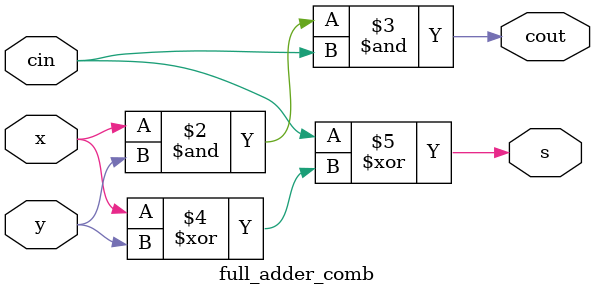
<source format=v>
module full_adder_comb(x, y, cin, cout, s);

    input x, y;
    input cin;

    output reg s;
    output reg cout;

    always @(*) begin
        cout = x&y&cin;
        s = cin^(x^y);
    end

endmodule
</source>
